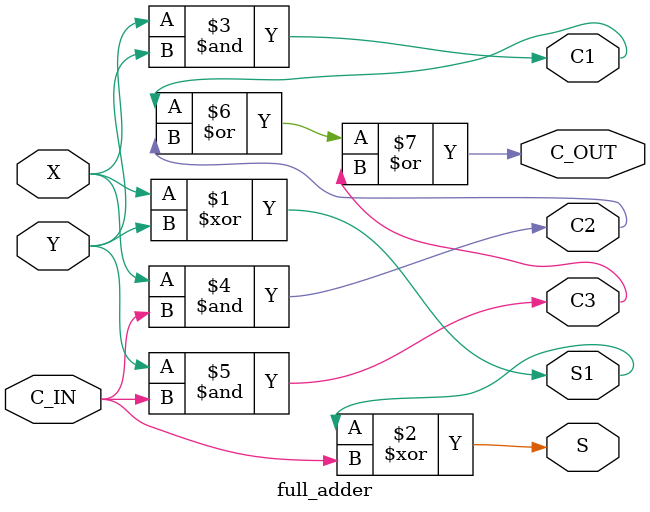
<source format=v>
`timescale 1ns / 1ps


module full_adder(
    input X,
    input Y,
    input C_IN,
    output C_OUT,
    output S,
    output S1,
    output C1,
    output C2,
    output C3
    );
    wire X, Y, C_IN, C_OUT, S, S1, C1, C2, C3;
    
    xor(S1, X, Y);
    xor(S, S1, C_IN);
    
    and(C1, X, Y);
    and(C2, X, C_IN);
    and(C3, Y, C_IN);
    or(C_OUT, C1, C2, C3);
endmodule

</source>
